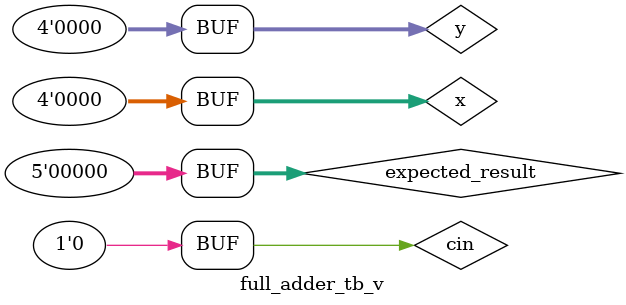
<source format=v>
`timescale 1ns / 1ps


module full_adder_tb_v;

	// Inputs
	reg [3:0] x;
	reg [3:0] y;
	reg cin;

	// Outputs
	wire [3:0] z;
	wire cout;
	wire [4:0] expected_result;
	wire [4:0] actual_result;

	
	full_adder uut (x, y, cin, z, cout);

	initial begin
		
		x = 0;
		y = 0;
		cin = 0;

		
		#10 x=4;y=4;cin=1'b0;
		#10 x=5;y=10;cin=1'b0;
		#10 x=10;y=7;cin=1'b0;
		#10 x=0;y=0;cin=0;
		end
		assign expected_result = x+y+cin;
		assign actual_result = {cout,z};
		
		initial begin 
		if (actual_result!==expected_result)
		$monitor($time,"x=%d,y=%d,cin=%b,expected_result=%d,actual_result=%d,not correct",x,y,cin,expected_result,actual_result);
		else
		$monitor($time,"x=%d,y=%d,cin=%b,expected_result=%d,actual_result=%d,correct",x,y,cin,expected_result,actual_result);
        
		

	   end
      
endmodule


</source>
